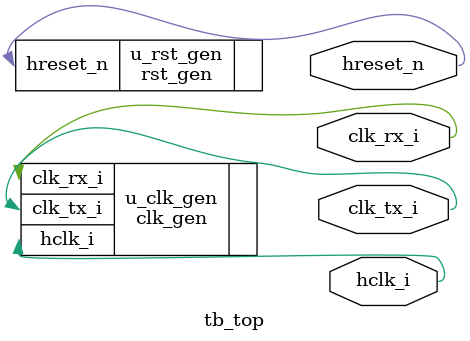
<source format=sv>
`timescale 1ns/1ps 


module tb_top(/*AUTOARG*/
   // Outputs
   hreset_n, hclk_i, clk_tx_i, clk_rx_i
   );

/*AUTOINPUT*/
/*AUTOOUTPUT*/
// Beginning of automatic outputs (from unused autoinst outputs)
output			clk_rx_i;		// From u_clk_gen of clk_gen.v
output			clk_tx_i;		// From u_clk_gen of clk_gen.v
output			hclk_i;			// From u_clk_gen of clk_gen.v
output			hreset_n;		// From u_rst_gen of rst_gen.v
// End of automatics
/*AUTOWIRE*/



rst_gen u_rst_gen(/*AUTOINST*/
		  // Outputs
		  .hreset_n		(hreset_n));
clk_gen u_clk_gen(/*AUTOINST*/
		  // Outputs
		  .hclk_i		(hclk_i),
		  .clk_tx_i		(clk_tx_i),
		  .clk_rx_i		(clk_rx_i));
dump dump();
monitor monitor();
//forcelist forcelist();


test_case test_case();

endmodule



</source>
